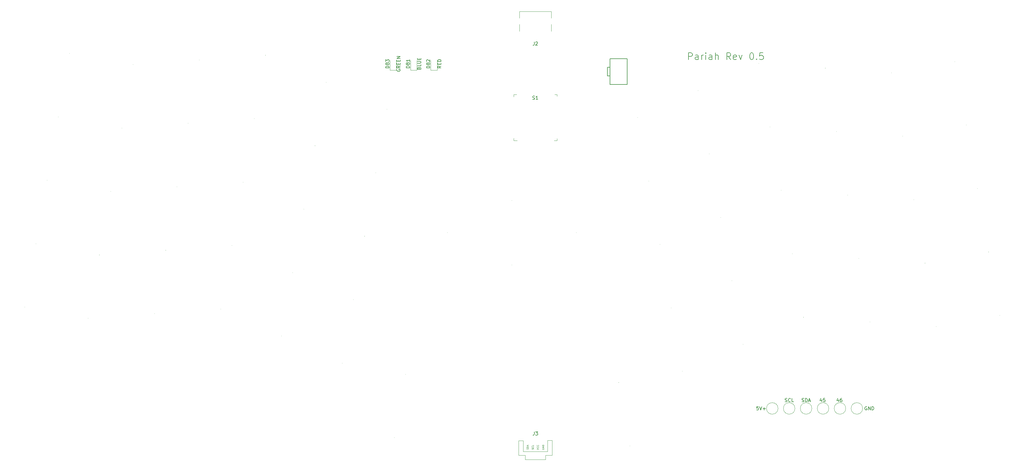
<source format=gbr>
G04 #@! TF.GenerationSoftware,KiCad,Pcbnew,(5.1.4)-1*
G04 #@! TF.CreationDate,2020-06-06T10:26:38-06:00*
G04 #@! TF.ProjectId,pariah_staggered,70617269-6168-45f7-9374-616767657265,rev?*
G04 #@! TF.SameCoordinates,Original*
G04 #@! TF.FileFunction,Legend,Top*
G04 #@! TF.FilePolarity,Positive*
%FSLAX46Y46*%
G04 Gerber Fmt 4.6, Leading zero omitted, Abs format (unit mm)*
G04 Created by KiCad (PCBNEW (5.1.4)-1) date 2020-06-06 10:26:38*
%MOMM*%
%LPD*%
G04 APERTURE LIST*
%ADD10C,0.203200*%
%ADD11C,0.120000*%
%ADD12C,0.200000*%
%ADD13C,0.100000*%
%ADD14C,0.150000*%
%ADD15R,1.202000X2.002000*%
%ADD16R,0.802000X2.102000*%
%ADD17C,4.089800*%
%ADD18C,1.852000*%
%ADD19R,1.802000X1.802000*%
%ADD20C,1.802000*%
%ADD21C,1.252000*%
%ADD22C,3.102000*%
%ADD23R,0.702000X1.552000*%
%ADD24R,0.402000X1.552000*%
%ADD25O,1.102000X2.202000*%
%ADD26C,0.752000*%
%ADD27O,1.102000X1.702000*%
%ADD28R,2.902000X3.702000*%
%ADD29C,2.102000*%
G04 APERTURE END LIST*
D10*
X45230142Y58135761D02*
X45230142Y60167761D01*
X46004238Y60167761D01*
X46197761Y60071000D01*
X46294523Y59974238D01*
X46391285Y59780714D01*
X46391285Y59490428D01*
X46294523Y59296904D01*
X46197761Y59200142D01*
X46004238Y59103380D01*
X45230142Y59103380D01*
X48132999Y58135761D02*
X48132999Y59200142D01*
X48036238Y59393666D01*
X47842714Y59490428D01*
X47455666Y59490428D01*
X47262142Y59393666D01*
X48132999Y58232523D02*
X47939476Y58135761D01*
X47455666Y58135761D01*
X47262142Y58232523D01*
X47165380Y58426047D01*
X47165380Y58619571D01*
X47262142Y58813095D01*
X47455666Y58909857D01*
X47939476Y58909857D01*
X48132999Y59006619D01*
X49100619Y58135761D02*
X49100619Y59490428D01*
X49100619Y59103380D02*
X49197380Y59296904D01*
X49294142Y59393666D01*
X49487666Y59490428D01*
X49681190Y59490428D01*
X50358523Y58135761D02*
X50358523Y59490428D01*
X50358523Y60167761D02*
X50261761Y60071000D01*
X50358523Y59974238D01*
X50455285Y60071000D01*
X50358523Y60167761D01*
X50358523Y59974238D01*
X52196999Y58135761D02*
X52196999Y59200142D01*
X52100238Y59393666D01*
X51906714Y59490428D01*
X51519666Y59490428D01*
X51326142Y59393666D01*
X52196999Y58232523D02*
X52003476Y58135761D01*
X51519666Y58135761D01*
X51326142Y58232523D01*
X51229380Y58426047D01*
X51229380Y58619571D01*
X51326142Y58813095D01*
X51519666Y58909857D01*
X52003476Y58909857D01*
X52196999Y59006619D01*
X53164619Y58135761D02*
X53164619Y60167761D01*
X54035476Y58135761D02*
X54035476Y59200142D01*
X53938714Y59393666D01*
X53745190Y59490428D01*
X53454904Y59490428D01*
X53261380Y59393666D01*
X53164619Y59296904D01*
X57712428Y58135761D02*
X57035095Y59103380D01*
X56551285Y58135761D02*
X56551285Y60167761D01*
X57325380Y60167761D01*
X57518904Y60071000D01*
X57615666Y59974238D01*
X57712428Y59780714D01*
X57712428Y59490428D01*
X57615666Y59296904D01*
X57518904Y59200142D01*
X57325380Y59103380D01*
X56551285Y59103380D01*
X59357380Y58232523D02*
X59163857Y58135761D01*
X58776809Y58135761D01*
X58583285Y58232523D01*
X58486523Y58426047D01*
X58486523Y59200142D01*
X58583285Y59393666D01*
X58776809Y59490428D01*
X59163857Y59490428D01*
X59357380Y59393666D01*
X59454142Y59200142D01*
X59454142Y59006619D01*
X58486523Y58813095D01*
X60131476Y59490428D02*
X60615285Y58135761D01*
X61099095Y59490428D01*
X63808428Y60167761D02*
X64001952Y60167761D01*
X64195476Y60071000D01*
X64292238Y59974238D01*
X64388999Y59780714D01*
X64485761Y59393666D01*
X64485761Y58909857D01*
X64388999Y58522809D01*
X64292238Y58329285D01*
X64195476Y58232523D01*
X64001952Y58135761D01*
X63808428Y58135761D01*
X63614904Y58232523D01*
X63518142Y58329285D01*
X63421380Y58522809D01*
X63324619Y58909857D01*
X63324619Y59393666D01*
X63421380Y59780714D01*
X63518142Y59974238D01*
X63614904Y60071000D01*
X63808428Y60167761D01*
X65356619Y58329285D02*
X65453380Y58232523D01*
X65356619Y58135761D01*
X65259857Y58232523D01*
X65356619Y58329285D01*
X65356619Y58135761D01*
X67291857Y60167761D02*
X66324238Y60167761D01*
X66227476Y59200142D01*
X66324238Y59296904D01*
X66517761Y59393666D01*
X67001571Y59393666D01*
X67195095Y59296904D01*
X67291857Y59200142D01*
X67388619Y59006619D01*
X67388619Y58522809D01*
X67291857Y58329285D01*
X67195095Y58232523D01*
X67001571Y58135761D01*
X66517761Y58135761D01*
X66324238Y58232523D01*
X66227476Y58329285D01*
D11*
X-3570000Y-57770000D02*
X-3000000Y-57770000D01*
X-3570000Y-54510000D02*
X-3570000Y-57770000D01*
X-4950000Y-54500000D02*
X-3570000Y-54510000D01*
X-4960000Y-56530000D02*
X-4950000Y-54500000D01*
X3000000Y-57770000D02*
X3560000Y-57780000D01*
X3560000Y-56500000D02*
X3560000Y-57760000D01*
X3560000Y-54480000D02*
X3560000Y-56500000D01*
X4960000Y-54480000D02*
X3560000Y-54480000D01*
X4960000Y-56520000D02*
X4960000Y-54480000D01*
X-3000000Y-58890000D02*
X-3000000Y-60130000D01*
X3000000Y-58890000D02*
X3000000Y-60130000D01*
X-4960000Y-58890000D02*
X-3000000Y-58890000D01*
X4960000Y-58890000D02*
X3000000Y-58890000D01*
X-4960000Y-56530000D02*
X-4960000Y-58890000D01*
X4960000Y-56530000D02*
X4960000Y-58890000D01*
X3000000Y-57770000D02*
X-3000000Y-57770000D01*
X3000000Y-60130000D02*
X-3000000Y-60130000D01*
X127250393Y38827004D02*
X127248657Y38836853D01*
X118413393Y-20762995D02*
X118411657Y-20753146D01*
X36755393Y3526005D02*
X36753657Y3535854D01*
X54689393Y11525005D02*
X54687657Y11534854D01*
X40063393Y-15234995D02*
X40061657Y-15225146D01*
X98826393Y-19379995D02*
X98824657Y-19370146D01*
X88902393Y36902005D02*
X88900657Y36911854D01*
X130558393Y20066005D02*
X130556657Y20075854D01*
X92210393Y18141005D02*
X92208657Y18150854D01*
X57997393Y-7235995D02*
X57995657Y-7226146D01*
X115105393Y-2002995D02*
X115103657Y-1993146D01*
X95518393Y-619995D02*
X95516657Y-610146D01*
X133866393Y1305005D02*
X133864657Y1314854D01*
X72622393Y19523005D02*
X72620657Y19532854D01*
X111797393Y16758005D02*
X111795657Y16767854D01*
X75930393Y763005D02*
X75928657Y772854D01*
X137174393Y-17454995D02*
X137172657Y-17445146D01*
X108489393Y35519005D02*
X108487657Y35528854D01*
X-105978005Y20568607D02*
X-105976269Y20578455D01*
X33447393Y22287005D02*
X33445657Y22296854D01*
X51381393Y30286005D02*
X51379657Y30295854D01*
X69314393Y38284005D02*
X69312657Y38293854D01*
X-83082005Y40711607D02*
X-83080269Y40721455D01*
X30139393Y41048005D02*
X30137657Y41057854D01*
X48073393Y49046005D02*
X48071657Y49055854D01*
X66006393Y57044005D02*
X66004657Y57053854D01*
X105181393Y54280005D02*
X105179657Y54289854D01*
X123942392Y57588005D02*
X123940656Y57597854D01*
X85594393Y55662005D02*
X85592657Y55671854D01*
X-118949005Y56707607D02*
X-118947269Y56717455D01*
X-147634005Y3732607D02*
X-147632269Y3742455D01*
X-125565005Y19185607D02*
X-125563269Y19195455D01*
X-102670005Y39329607D02*
X-102668269Y39339455D01*
X-141018005Y41254606D02*
X-141016269Y41264454D01*
X-43907005Y43475607D02*
X-43905269Y43485455D01*
X-61841005Y51473607D02*
X-61839269Y51483455D01*
X-50523005Y5953607D02*
X-50521269Y5963455D01*
X-79774005Y59471607D02*
X-79772269Y59481455D01*
X-65149005Y32713607D02*
X-65147269Y32723455D01*
X-68457005Y13952607D02*
X-68455269Y13962455D01*
X-122257005Y37946607D02*
X-122255269Y37956455D01*
X-144326005Y22493607D02*
X-144324269Y22503455D01*
X-47215005Y24714607D02*
X-47213269Y24724455D01*
X-86390005Y21949607D02*
X-86388269Y21959455D01*
X-99362005Y58089607D02*
X-99360269Y58099455D01*
X-132181005Y-18336393D02*
X-132179269Y-18326545D01*
X-71765005Y-4808393D02*
X-71763269Y-4798545D01*
X-89698005Y3190607D02*
X-89696269Y3200455D01*
X-150942005Y-15028393D02*
X-150940269Y-15018545D01*
X-128873005Y424607D02*
X-128871269Y434455D01*
X43371393Y-33994995D02*
X43369657Y-33985146D01*
X-109286005Y1807607D02*
X-109284269Y1817455D01*
X-57139005Y-31568393D02*
X-57137269Y-31558545D01*
X61305393Y-25995995D02*
X61303657Y-25986146D01*
X-53831005Y-12807393D02*
X-53829269Y-12797545D01*
X-6990000Y16515000D02*
X-6990000Y16525000D01*
X-93006005Y-15570393D02*
X-93004269Y-15560545D01*
X12060000Y6990000D02*
X12060000Y7000000D01*
X-26040000Y6990000D02*
X-26040000Y7000000D01*
X-112594005Y-16952393D02*
X-112592269Y-16942545D01*
X-75073005Y-23568393D02*
X-75071269Y-23558545D01*
X79238393Y-17997995D02*
X79236657Y-17988146D01*
X-6990000Y-2535000D02*
X-6990000Y-2525000D01*
D12*
X22070000Y55870000D02*
X21270000Y55870000D01*
X21270000Y55870000D02*
X21270000Y53320000D01*
X21270000Y53320000D02*
X22070000Y53320000D01*
D10*
X22080000Y50810000D02*
X22080000Y58430000D01*
X27160000Y58430000D02*
X27160000Y50810000D01*
X27160000Y50810000D02*
X22080000Y50810000D01*
X22080000Y58430000D02*
X27160000Y58430000D01*
D11*
X-137710004Y60015607D02*
X-137708268Y60025455D01*
X-29012000Y55036000D02*
X-29012000Y57896000D01*
X-30932000Y55036000D02*
X-29012000Y55036000D01*
X-30932000Y57896000D02*
X-30932000Y55036000D01*
X-41077000Y55036000D02*
X-41077000Y57896000D01*
X-42997000Y55036000D02*
X-41077000Y55036000D01*
X-42997000Y57896000D02*
X-42997000Y55036000D01*
X71700000Y-45000000D02*
G75*
G03X71700000Y-45000000I-1700000J0D01*
G01*
X76700000Y-45000000D02*
G75*
G03X76700000Y-45000000I-1700000J0D01*
G01*
X81700000Y-45000000D02*
G75*
G03X81700000Y-45000000I-1700000J0D01*
G01*
X91700000Y-45000000D02*
G75*
G03X91700000Y-45000000I-1700000J0D01*
G01*
X86700000Y-45000000D02*
G75*
G03X86700000Y-45000000I-1700000J0D01*
G01*
X96700000Y-45000000D02*
G75*
G03X96700000Y-45000000I-1700000J0D01*
G01*
X4700000Y72370000D02*
X-4700000Y72370000D01*
X-4700000Y66570000D02*
X-4700000Y68570000D01*
X-4700000Y70470000D02*
X-4700000Y72370000D01*
X4700000Y66570000D02*
X4700000Y68570000D01*
X4700000Y70470000D02*
X4700000Y72370000D01*
D13*
X-5425000Y34176000D02*
X-6375000Y34176000D01*
X-6375000Y34176000D02*
X-6375000Y34851000D01*
X-5525000Y47826000D02*
X-6375000Y47826000D01*
X-6375000Y47826000D02*
X-6375000Y47151000D01*
X6375000Y34751000D02*
X6375000Y34176000D01*
X6375000Y34176000D02*
X5575000Y34176000D01*
X5675000Y47826000D02*
X6375000Y47826000D01*
X6375000Y47826000D02*
X6375000Y47326000D01*
D11*
X-36920000Y57910000D02*
X-36920000Y55050000D01*
X-36920000Y55050000D02*
X-35000000Y55050000D01*
X-35000000Y55050000D02*
X-35000000Y57910000D01*
X-38378005Y-34874393D02*
X-38376269Y-34864545D01*
X24610393Y-37301995D02*
X24608657Y-37292146D01*
X-41686005Y-53635393D02*
X-41684269Y-53625545D01*
X27918393Y-56062995D02*
X27916657Y-56053146D01*
D14*
X-313333Y-51902380D02*
X-313333Y-52616666D01*
X-360952Y-52759523D01*
X-456190Y-52854761D01*
X-599047Y-52902380D01*
X-694285Y-52902380D01*
X67619Y-51902380D02*
X686666Y-51902380D01*
X353333Y-52283333D01*
X496190Y-52283333D01*
X591428Y-52330952D01*
X639047Y-52378571D01*
X686666Y-52473809D01*
X686666Y-52711904D01*
X639047Y-52807142D01*
X591428Y-52854761D01*
X496190Y-52902380D01*
X210476Y-52902380D01*
X115238Y-52854761D01*
X67619Y-52807142D01*
D13*
X-2097619Y-57057142D02*
X-2073809Y-56985714D01*
X-2073809Y-56866666D01*
X-2097619Y-56819047D01*
X-2121428Y-56795238D01*
X-2169047Y-56771428D01*
X-2216666Y-56771428D01*
X-2264285Y-56795238D01*
X-2288095Y-56819047D01*
X-2311904Y-56866666D01*
X-2335714Y-56961904D01*
X-2359523Y-57009523D01*
X-2383333Y-57033333D01*
X-2430952Y-57057142D01*
X-2478571Y-57057142D01*
X-2526190Y-57033333D01*
X-2550000Y-57009523D01*
X-2573809Y-56961904D01*
X-2573809Y-56842857D01*
X-2550000Y-56771428D01*
X-2073809Y-56557142D02*
X-2573809Y-56557142D01*
X-2573809Y-56438095D01*
X-2550000Y-56366666D01*
X-2502380Y-56319047D01*
X-2454761Y-56295238D01*
X-2359523Y-56271428D01*
X-2288095Y-56271428D01*
X-2192857Y-56295238D01*
X-2145238Y-56319047D01*
X-2097619Y-56366666D01*
X-2073809Y-56438095D01*
X-2073809Y-56557142D01*
X-2216666Y-56080952D02*
X-2216666Y-55842857D01*
X-2073809Y-56128571D02*
X-2573809Y-55961904D01*
X-2073809Y-55795238D01*
X-597619Y-57045238D02*
X-573809Y-56973809D01*
X-573809Y-56854761D01*
X-597619Y-56807142D01*
X-621428Y-56783333D01*
X-669047Y-56759523D01*
X-716666Y-56759523D01*
X-764285Y-56783333D01*
X-788095Y-56807142D01*
X-811904Y-56854761D01*
X-835714Y-56950000D01*
X-859523Y-56997619D01*
X-883333Y-57021428D01*
X-930952Y-57045238D01*
X-978571Y-57045238D01*
X-1026190Y-57021428D01*
X-1050000Y-56997619D01*
X-1073809Y-56950000D01*
X-1073809Y-56830952D01*
X-1050000Y-56759523D01*
X-621428Y-56259523D02*
X-597619Y-56283333D01*
X-573809Y-56354761D01*
X-573809Y-56402380D01*
X-597619Y-56473809D01*
X-645238Y-56521428D01*
X-692857Y-56545238D01*
X-788095Y-56569047D01*
X-859523Y-56569047D01*
X-954761Y-56545238D01*
X-1002380Y-56521428D01*
X-1050000Y-56473809D01*
X-1073809Y-56402380D01*
X-1073809Y-56354761D01*
X-1050000Y-56283333D01*
X-1026190Y-56259523D01*
X-573809Y-55807142D02*
X-573809Y-56045238D01*
X-1073809Y-56045238D01*
X426190Y-57116666D02*
X926190Y-56950000D01*
X426190Y-56783333D01*
X878571Y-56330952D02*
X902380Y-56354761D01*
X926190Y-56426190D01*
X926190Y-56473809D01*
X902380Y-56545238D01*
X854761Y-56592857D01*
X807142Y-56616666D01*
X711904Y-56640476D01*
X640476Y-56640476D01*
X545238Y-56616666D01*
X497619Y-56592857D01*
X450000Y-56545238D01*
X426190Y-56473809D01*
X426190Y-56426190D01*
X450000Y-56354761D01*
X473809Y-56330952D01*
X878571Y-55830952D02*
X902380Y-55854761D01*
X926190Y-55926190D01*
X926190Y-55973809D01*
X902380Y-56045238D01*
X854761Y-56092857D01*
X807142Y-56116666D01*
X711904Y-56140476D01*
X640476Y-56140476D01*
X545238Y-56116666D01*
X497619Y-56092857D01*
X450000Y-56045238D01*
X426190Y-55973809D01*
X426190Y-55926190D01*
X450000Y-55854761D01*
X473809Y-55830952D01*
X2050000Y-56830952D02*
X2026190Y-56878571D01*
X2026190Y-56950000D01*
X2050000Y-57021428D01*
X2097619Y-57069047D01*
X2145238Y-57092857D01*
X2240476Y-57116666D01*
X2311904Y-57116666D01*
X2407142Y-57092857D01*
X2454761Y-57069047D01*
X2502380Y-57021428D01*
X2526190Y-56950000D01*
X2526190Y-56902380D01*
X2502380Y-56830952D01*
X2478571Y-56807142D01*
X2311904Y-56807142D01*
X2311904Y-56902380D01*
X2526190Y-56592857D02*
X2026190Y-56592857D01*
X2526190Y-56307142D01*
X2026190Y-56307142D01*
X2526190Y-56069047D02*
X2026190Y-56069047D01*
X2026190Y-55950000D01*
X2050000Y-55878571D01*
X2097619Y-55830952D01*
X2145238Y-55807142D01*
X2240476Y-55783333D01*
X2311904Y-55783333D01*
X2407142Y-55807142D01*
X2454761Y-55830952D01*
X2502380Y-55878571D01*
X2526190Y-55950000D01*
X2526190Y-56069047D01*
D14*
X-31169619Y55681714D02*
X-32169619Y55681714D01*
X-32169619Y55919809D01*
X-32122000Y56062666D01*
X-32026761Y56157904D01*
X-31931523Y56205523D01*
X-31741047Y56253142D01*
X-31598190Y56253142D01*
X-31407714Y56205523D01*
X-31312476Y56157904D01*
X-31217238Y56062666D01*
X-31169619Y55919809D01*
X-31169619Y55681714D01*
X-31741047Y56824571D02*
X-31788666Y56729333D01*
X-31836285Y56681714D01*
X-31931523Y56634095D01*
X-31979142Y56634095D01*
X-32074380Y56681714D01*
X-32122000Y56729333D01*
X-32169619Y56824571D01*
X-32169619Y57015047D01*
X-32122000Y57110285D01*
X-32074380Y57157904D01*
X-31979142Y57205523D01*
X-31931523Y57205523D01*
X-31836285Y57157904D01*
X-31788666Y57110285D01*
X-31741047Y57015047D01*
X-31741047Y56824571D01*
X-31693428Y56729333D01*
X-31645809Y56681714D01*
X-31550571Y56634095D01*
X-31360095Y56634095D01*
X-31264857Y56681714D01*
X-31217238Y56729333D01*
X-31169619Y56824571D01*
X-31169619Y57015047D01*
X-31217238Y57110285D01*
X-31264857Y57157904D01*
X-31360095Y57205523D01*
X-31550571Y57205523D01*
X-31645809Y57157904D01*
X-31693428Y57110285D01*
X-31741047Y57015047D01*
X-32074380Y57586476D02*
X-32122000Y57634095D01*
X-32169619Y57729333D01*
X-32169619Y57967428D01*
X-32122000Y58062666D01*
X-32074380Y58110285D01*
X-31979142Y58157904D01*
X-31883904Y58157904D01*
X-31741047Y58110285D01*
X-31169619Y57538857D01*
X-31169619Y58157904D01*
X-27869619Y56253142D02*
X-28345809Y55919809D01*
X-27869619Y55681714D02*
X-28869619Y55681714D01*
X-28869619Y56062666D01*
X-28822000Y56157904D01*
X-28774380Y56205523D01*
X-28679142Y56253142D01*
X-28536285Y56253142D01*
X-28441047Y56205523D01*
X-28393428Y56157904D01*
X-28345809Y56062666D01*
X-28345809Y55681714D01*
X-28393428Y56681714D02*
X-28393428Y57015047D01*
X-27869619Y57157904D02*
X-27869619Y56681714D01*
X-28869619Y56681714D01*
X-28869619Y57157904D01*
X-27869619Y57586476D02*
X-28869619Y57586476D01*
X-28869619Y57824571D01*
X-28822000Y57967428D01*
X-28726761Y58062666D01*
X-28631523Y58110285D01*
X-28441047Y58157904D01*
X-28298190Y58157904D01*
X-28107714Y58110285D01*
X-28012476Y58062666D01*
X-27917238Y57967428D01*
X-27869619Y57824571D01*
X-27869619Y57586476D01*
X-43234619Y55681714D02*
X-44234619Y55681714D01*
X-44234619Y55919809D01*
X-44187000Y56062666D01*
X-44091761Y56157904D01*
X-43996523Y56205523D01*
X-43806047Y56253142D01*
X-43663190Y56253142D01*
X-43472714Y56205523D01*
X-43377476Y56157904D01*
X-43282238Y56062666D01*
X-43234619Y55919809D01*
X-43234619Y55681714D01*
X-43806047Y56824571D02*
X-43853666Y56729333D01*
X-43901285Y56681714D01*
X-43996523Y56634095D01*
X-44044142Y56634095D01*
X-44139380Y56681714D01*
X-44187000Y56729333D01*
X-44234619Y56824571D01*
X-44234619Y57015047D01*
X-44187000Y57110285D01*
X-44139380Y57157904D01*
X-44044142Y57205523D01*
X-43996523Y57205523D01*
X-43901285Y57157904D01*
X-43853666Y57110285D01*
X-43806047Y57015047D01*
X-43806047Y56824571D01*
X-43758428Y56729333D01*
X-43710809Y56681714D01*
X-43615571Y56634095D01*
X-43425095Y56634095D01*
X-43329857Y56681714D01*
X-43282238Y56729333D01*
X-43234619Y56824571D01*
X-43234619Y57015047D01*
X-43282238Y57110285D01*
X-43329857Y57157904D01*
X-43425095Y57205523D01*
X-43615571Y57205523D01*
X-43710809Y57157904D01*
X-43758428Y57110285D01*
X-43806047Y57015047D01*
X-44234619Y57538857D02*
X-44234619Y58157904D01*
X-43853666Y57824571D01*
X-43853666Y57967428D01*
X-43806047Y58062666D01*
X-43758428Y58110285D01*
X-43663190Y58157904D01*
X-43425095Y58157904D01*
X-43329857Y58110285D01*
X-43282238Y58062666D01*
X-43234619Y57967428D01*
X-43234619Y57681714D01*
X-43282238Y57586476D01*
X-43329857Y57538857D01*
X-40887000Y55229333D02*
X-40934619Y55134095D01*
X-40934619Y54991238D01*
X-40887000Y54848380D01*
X-40791761Y54753142D01*
X-40696523Y54705523D01*
X-40506047Y54657904D01*
X-40363190Y54657904D01*
X-40172714Y54705523D01*
X-40077476Y54753142D01*
X-39982238Y54848380D01*
X-39934619Y54991238D01*
X-39934619Y55086476D01*
X-39982238Y55229333D01*
X-40029857Y55276952D01*
X-40363190Y55276952D01*
X-40363190Y55086476D01*
X-39934619Y56276952D02*
X-40410809Y55943619D01*
X-39934619Y55705523D02*
X-40934619Y55705523D01*
X-40934619Y56086476D01*
X-40887000Y56181714D01*
X-40839380Y56229333D01*
X-40744142Y56276952D01*
X-40601285Y56276952D01*
X-40506047Y56229333D01*
X-40458428Y56181714D01*
X-40410809Y56086476D01*
X-40410809Y55705523D01*
X-40458428Y56705523D02*
X-40458428Y57038857D01*
X-39934619Y57181714D02*
X-39934619Y56705523D01*
X-40934619Y56705523D01*
X-40934619Y57181714D01*
X-40458428Y57610285D02*
X-40458428Y57943619D01*
X-39934619Y58086476D02*
X-39934619Y57610285D01*
X-40934619Y57610285D01*
X-40934619Y58086476D01*
X-39934619Y58515047D02*
X-40934619Y58515047D01*
X-39934619Y59086476D01*
X-40934619Y59086476D01*
X65888476Y-44452380D02*
X65412285Y-44452380D01*
X65364666Y-44928571D01*
X65412285Y-44880952D01*
X65507523Y-44833333D01*
X65745619Y-44833333D01*
X65840857Y-44880952D01*
X65888476Y-44928571D01*
X65936095Y-45023809D01*
X65936095Y-45261904D01*
X65888476Y-45357142D01*
X65840857Y-45404761D01*
X65745619Y-45452380D01*
X65507523Y-45452380D01*
X65412285Y-45404761D01*
X65364666Y-45357142D01*
X66221809Y-44452380D02*
X66555142Y-45452380D01*
X66888476Y-44452380D01*
X67221809Y-45071428D02*
X67983714Y-45071428D01*
X67602761Y-45452380D02*
X67602761Y-44690476D01*
X73809523Y-42991761D02*
X73952380Y-43039380D01*
X74190476Y-43039380D01*
X74285714Y-42991761D01*
X74333333Y-42944142D01*
X74380952Y-42848904D01*
X74380952Y-42753666D01*
X74333333Y-42658428D01*
X74285714Y-42610809D01*
X74190476Y-42563190D01*
X74000000Y-42515571D01*
X73904761Y-42467952D01*
X73857142Y-42420333D01*
X73809523Y-42325095D01*
X73809523Y-42229857D01*
X73857142Y-42134619D01*
X73904761Y-42087000D01*
X74000000Y-42039380D01*
X74238095Y-42039380D01*
X74380952Y-42087000D01*
X75380952Y-42944142D02*
X75333333Y-42991761D01*
X75190476Y-43039380D01*
X75095238Y-43039380D01*
X74952380Y-42991761D01*
X74857142Y-42896523D01*
X74809523Y-42801285D01*
X74761904Y-42610809D01*
X74761904Y-42467952D01*
X74809523Y-42277476D01*
X74857142Y-42182238D01*
X74952380Y-42087000D01*
X75095238Y-42039380D01*
X75190476Y-42039380D01*
X75333333Y-42087000D01*
X75380952Y-42134619D01*
X76285714Y-43039380D02*
X75809523Y-43039380D01*
X75809523Y-42039380D01*
X78785714Y-42991761D02*
X78928571Y-43039380D01*
X79166666Y-43039380D01*
X79261904Y-42991761D01*
X79309523Y-42944142D01*
X79357142Y-42848904D01*
X79357142Y-42753666D01*
X79309523Y-42658428D01*
X79261904Y-42610809D01*
X79166666Y-42563190D01*
X78976190Y-42515571D01*
X78880952Y-42467952D01*
X78833333Y-42420333D01*
X78785714Y-42325095D01*
X78785714Y-42229857D01*
X78833333Y-42134619D01*
X78880952Y-42087000D01*
X78976190Y-42039380D01*
X79214285Y-42039380D01*
X79357142Y-42087000D01*
X79785714Y-43039380D02*
X79785714Y-42039380D01*
X80023809Y-42039380D01*
X80166666Y-42087000D01*
X80261904Y-42182238D01*
X80309523Y-42277476D01*
X80357142Y-42467952D01*
X80357142Y-42610809D01*
X80309523Y-42801285D01*
X80261904Y-42896523D01*
X80166666Y-42991761D01*
X80023809Y-43039380D01*
X79785714Y-43039380D01*
X80738095Y-42753666D02*
X81214285Y-42753666D01*
X80642857Y-43039380D02*
X80976190Y-42039380D01*
X81309523Y-43039380D01*
X89587285Y-42372714D02*
X89587285Y-43039380D01*
X89349190Y-41991761D02*
X89111095Y-42706047D01*
X89730142Y-42706047D01*
X90539666Y-42039380D02*
X90349190Y-42039380D01*
X90253952Y-42087000D01*
X90206333Y-42134619D01*
X90111095Y-42277476D01*
X90063476Y-42467952D01*
X90063476Y-42848904D01*
X90111095Y-42944142D01*
X90158714Y-42991761D01*
X90253952Y-43039380D01*
X90444428Y-43039380D01*
X90539666Y-42991761D01*
X90587285Y-42944142D01*
X90634904Y-42848904D01*
X90634904Y-42610809D01*
X90587285Y-42515571D01*
X90539666Y-42467952D01*
X90444428Y-42420333D01*
X90253952Y-42420333D01*
X90158714Y-42467952D01*
X90111095Y-42515571D01*
X90063476Y-42610809D01*
X84587285Y-42372714D02*
X84587285Y-43039380D01*
X84349190Y-41991761D02*
X84111095Y-42706047D01*
X84730142Y-42706047D01*
X85587285Y-42039380D02*
X85111095Y-42039380D01*
X85063476Y-42515571D01*
X85111095Y-42467952D01*
X85206333Y-42420333D01*
X85444428Y-42420333D01*
X85539666Y-42467952D01*
X85587285Y-42515571D01*
X85634904Y-42610809D01*
X85634904Y-42848904D01*
X85587285Y-42944142D01*
X85539666Y-42991761D01*
X85444428Y-43039380D01*
X85206333Y-43039380D01*
X85111095Y-42991761D01*
X85063476Y-42944142D01*
X97921095Y-44500000D02*
X97825857Y-44452380D01*
X97683000Y-44452380D01*
X97540142Y-44500000D01*
X97444904Y-44595238D01*
X97397285Y-44690476D01*
X97349666Y-44880952D01*
X97349666Y-45023809D01*
X97397285Y-45214285D01*
X97444904Y-45309523D01*
X97540142Y-45404761D01*
X97683000Y-45452380D01*
X97778238Y-45452380D01*
X97921095Y-45404761D01*
X97968714Y-45357142D01*
X97968714Y-45023809D01*
X97778238Y-45023809D01*
X98397285Y-45452380D02*
X98397285Y-44452380D01*
X98968714Y-45452380D01*
X98968714Y-44452380D01*
X99444904Y-45452380D02*
X99444904Y-44452380D01*
X99683000Y-44452380D01*
X99825857Y-44500000D01*
X99921095Y-44595238D01*
X99968714Y-44690476D01*
X100016333Y-44880952D01*
X100016333Y-45023809D01*
X99968714Y-45214285D01*
X99921095Y-45309523D01*
X99825857Y-45404761D01*
X99683000Y-45452380D01*
X99444904Y-45452380D01*
X-333333Y63372619D02*
X-333333Y62658333D01*
X-380952Y62515476D01*
X-476190Y62420238D01*
X-619047Y62372619D01*
X-714285Y62372619D01*
X95238Y63277380D02*
X142857Y63325000D01*
X238095Y63372619D01*
X476190Y63372619D01*
X571428Y63325000D01*
X619047Y63277380D01*
X666666Y63182142D01*
X666666Y63086904D01*
X619047Y62944047D01*
X47619Y62372619D01*
X666666Y62372619D01*
X-791904Y46426238D02*
X-649047Y46378619D01*
X-410952Y46378619D01*
X-315714Y46426238D01*
X-268095Y46473857D01*
X-220476Y46569095D01*
X-220476Y46664333D01*
X-268095Y46759571D01*
X-315714Y46807190D01*
X-410952Y46854809D01*
X-601428Y46902428D01*
X-696666Y46950047D01*
X-744285Y46997666D01*
X-791904Y47092904D01*
X-791904Y47188142D01*
X-744285Y47283380D01*
X-696666Y47331000D01*
X-601428Y47378619D01*
X-363333Y47378619D01*
X-220476Y47331000D01*
X731904Y46378619D02*
X160476Y46378619D01*
X446190Y46378619D02*
X446190Y47378619D01*
X350952Y47235761D01*
X255714Y47140523D01*
X160476Y47092904D01*
X-37157619Y55695714D02*
X-38157619Y55695714D01*
X-38157619Y55933809D01*
X-38110000Y56076666D01*
X-38014761Y56171904D01*
X-37919523Y56219523D01*
X-37729047Y56267142D01*
X-37586190Y56267142D01*
X-37395714Y56219523D01*
X-37300476Y56171904D01*
X-37205238Y56076666D01*
X-37157619Y55933809D01*
X-37157619Y55695714D01*
X-37729047Y56838571D02*
X-37776666Y56743333D01*
X-37824285Y56695714D01*
X-37919523Y56648095D01*
X-37967142Y56648095D01*
X-38062380Y56695714D01*
X-38110000Y56743333D01*
X-38157619Y56838571D01*
X-38157619Y57029047D01*
X-38110000Y57124285D01*
X-38062380Y57171904D01*
X-37967142Y57219523D01*
X-37919523Y57219523D01*
X-37824285Y57171904D01*
X-37776666Y57124285D01*
X-37729047Y57029047D01*
X-37729047Y56838571D01*
X-37681428Y56743333D01*
X-37633809Y56695714D01*
X-37538571Y56648095D01*
X-37348095Y56648095D01*
X-37252857Y56695714D01*
X-37205238Y56743333D01*
X-37157619Y56838571D01*
X-37157619Y57029047D01*
X-37205238Y57124285D01*
X-37252857Y57171904D01*
X-37348095Y57219523D01*
X-37538571Y57219523D01*
X-37633809Y57171904D01*
X-37681428Y57124285D01*
X-37729047Y57029047D01*
X-37157619Y58171904D02*
X-37157619Y57600476D01*
X-37157619Y57886190D02*
X-38157619Y57886190D01*
X-38014761Y57790952D01*
X-37919523Y57695714D01*
X-37871904Y57600476D01*
X-34381428Y55600476D02*
X-34333809Y55743333D01*
X-34286190Y55790952D01*
X-34190952Y55838571D01*
X-34048095Y55838571D01*
X-33952857Y55790952D01*
X-33905238Y55743333D01*
X-33857619Y55648095D01*
X-33857619Y55267142D01*
X-34857619Y55267142D01*
X-34857619Y55600476D01*
X-34810000Y55695714D01*
X-34762380Y55743333D01*
X-34667142Y55790952D01*
X-34571904Y55790952D01*
X-34476666Y55743333D01*
X-34429047Y55695714D01*
X-34381428Y55600476D01*
X-34381428Y55267142D01*
X-33857619Y56743333D02*
X-33857619Y56267142D01*
X-34857619Y56267142D01*
X-34857619Y57076666D02*
X-34048095Y57076666D01*
X-33952857Y57124285D01*
X-33905238Y57171904D01*
X-33857619Y57267142D01*
X-33857619Y57457619D01*
X-33905238Y57552857D01*
X-33952857Y57600476D01*
X-34048095Y57648095D01*
X-34857619Y57648095D01*
X-34381428Y58124285D02*
X-34381428Y58457619D01*
X-33857619Y58600476D02*
X-33857619Y58124285D01*
X-34857619Y58124285D01*
X-34857619Y58600476D01*
%LPC*%
D15*
X-4250000Y-55600000D03*
X4250000Y-55600000D03*
D16*
X-2250000Y-58950000D03*
X-750000Y-58950000D03*
X750000Y-58950000D03*
X2250000Y-58950000D03*
D17*
X135348000Y33156999D03*
D18*
X130345177Y32274866D03*
X140350823Y34039132D03*
D17*
X126511000Y-26433000D03*
D18*
X121508177Y-27315133D03*
X131513823Y-25550867D03*
D17*
X44853000Y-2144000D03*
D18*
X39850177Y-3026133D03*
X49855823Y-1261867D03*
D17*
X62787000Y5855000D03*
D18*
X57784177Y4972867D03*
X67789823Y6737133D03*
D17*
X48161000Y-20905000D03*
D18*
X43158177Y-21787133D03*
X53163823Y-20022867D03*
D17*
X106924000Y-25050000D03*
D18*
X101921177Y-25932133D03*
X111926823Y-24167867D03*
D17*
X97000000Y31232000D03*
D18*
X91997177Y30349867D03*
X102002823Y32114133D03*
D17*
X138656000Y14396000D03*
D18*
X133653177Y13513867D03*
X143658823Y15278133D03*
D17*
X100308000Y12471000D03*
D18*
X95305177Y11588867D03*
X105310823Y13353133D03*
D17*
X66095000Y-12906000D03*
D18*
X61092177Y-13788133D03*
X71097823Y-12023867D03*
D17*
X123203000Y-7673000D03*
D18*
X118200177Y-8555133D03*
X128205823Y-6790867D03*
D17*
X103616000Y-6290000D03*
D18*
X98613177Y-7172133D03*
X108618823Y-5407867D03*
D17*
X141964000Y-4365000D03*
D18*
X136961177Y-5247133D03*
X146966823Y-3482867D03*
D17*
X80720000Y13853000D03*
D18*
X75717177Y12970867D03*
X85722823Y14735133D03*
D17*
X119895000Y11088000D03*
D18*
X114892177Y10205867D03*
X124897823Y11970133D03*
D17*
X84028000Y-4907000D03*
D18*
X79025177Y-5789133D03*
X89030823Y-4024867D03*
D17*
X145272000Y-23125000D03*
D18*
X140269177Y-24007133D03*
X150274823Y-22242867D03*
D17*
X116587000Y29849000D03*
D18*
X111584177Y28966867D03*
X121589823Y30731133D03*
D17*
X-100308000Y12471000D03*
D18*
X-105310823Y13353133D03*
X-95305177Y11588867D03*
D17*
X41545000Y16617000D03*
D18*
X36542177Y15734867D03*
X46547823Y17499133D03*
D17*
X59479000Y24616000D03*
D18*
X54476177Y23733867D03*
X64481823Y25498133D03*
D17*
X77412000Y32614000D03*
D18*
X72409177Y31731867D03*
X82414823Y33496133D03*
D17*
X-77412000Y32614000D03*
D18*
X-82414823Y33496133D03*
X-72409177Y31731867D03*
D17*
X38237000Y35378000D03*
D18*
X33234177Y34495867D03*
X43239823Y36260133D03*
D17*
X56171000Y43376000D03*
D18*
X51168177Y42493867D03*
X61173823Y44258133D03*
D17*
X74104000Y51374000D03*
D18*
X69101177Y50491867D03*
X79106823Y52256133D03*
D17*
X113279000Y48610000D03*
D18*
X108276177Y47727867D03*
X118281823Y49492133D03*
D17*
X132039999Y51918000D03*
D18*
X127037176Y51035867D03*
X137042822Y52800133D03*
D17*
X93692000Y49992000D03*
D18*
X88689177Y49109867D03*
X98694823Y50874133D03*
D17*
X-113279000Y48610000D03*
D18*
X-118281823Y49492133D03*
X-108276177Y47727867D03*
D17*
X-141964000Y-4365000D03*
D18*
X-146966823Y-3482867D03*
X-136961177Y-5247133D03*
D17*
X-119895000Y11088000D03*
D18*
X-124897823Y11970133D03*
X-114892177Y10205867D03*
D17*
X-97000000Y31232000D03*
D18*
X-102002823Y32114133D03*
X-91997177Y30349867D03*
D17*
X-135348000Y33156999D03*
D18*
X-140350823Y34039132D03*
X-130345177Y32274866D03*
D17*
X-38237000Y35378000D03*
D18*
X-43239823Y36260133D03*
X-33234177Y34495867D03*
D17*
X-56171000Y43376000D03*
D18*
X-61173823Y44258133D03*
X-51168177Y42493867D03*
D17*
X-44853000Y-2144000D03*
D18*
X-49855823Y-1261867D03*
X-39850177Y-3026133D03*
D17*
X-74104000Y51374000D03*
D18*
X-79106823Y52256133D03*
X-69101177Y50491867D03*
D17*
X-59479000Y24616000D03*
D18*
X-64481823Y25498133D03*
X-54476177Y23733867D03*
D17*
X-62787000Y5855000D03*
D18*
X-67789823Y6737133D03*
X-57784177Y4972867D03*
D17*
X-116587000Y29849000D03*
D18*
X-121589823Y30731133D03*
X-111584177Y28966867D03*
D17*
X-138656000Y14396000D03*
D18*
X-143658823Y15278133D03*
X-133653177Y13513867D03*
D17*
X-41545000Y16617000D03*
D18*
X-46547823Y17499133D03*
X-36542177Y15734867D03*
D17*
X-80720000Y13852000D03*
D18*
X-85722823Y14734133D03*
X-75717177Y12969867D03*
D17*
X-93692000Y49992000D03*
D18*
X-98694823Y50874133D03*
X-88689177Y49109867D03*
D17*
X-126511000Y-26434000D03*
D18*
X-131513823Y-25551867D03*
X-121508177Y-27316133D03*
D17*
X-66095000Y-12906000D03*
D18*
X-71097823Y-12023867D03*
X-61092177Y-13788133D03*
D17*
X-84028000Y-4907000D03*
D18*
X-89030823Y-4024867D03*
X-79025177Y-5789133D03*
D17*
X-145272000Y-23126000D03*
D18*
X-150274823Y-22243867D03*
X-140269177Y-24008133D03*
D17*
X-123203000Y-7673000D03*
D18*
X-128205823Y-6790867D03*
X-118200177Y-8555133D03*
D17*
X51469000Y-39665000D03*
D18*
X46466177Y-40547133D03*
X56471823Y-38782867D03*
D17*
X-103616000Y-6290000D03*
D18*
X-108618823Y-5407867D03*
X-98613177Y-7172133D03*
D17*
X-51469000Y-39666000D03*
D18*
X-56471823Y-38783867D03*
X-46466177Y-40548133D03*
D17*
X69403000Y-31666000D03*
D18*
X64400177Y-32548133D03*
X74405823Y-30783867D03*
D17*
X-48161000Y-20905000D03*
D18*
X-53163823Y-20022867D03*
X-43158177Y-21787133D03*
D17*
X0Y9525000D03*
D18*
X-5080000Y9525000D03*
X5080000Y9525000D03*
D17*
X-87336000Y-23668000D03*
D18*
X-92338823Y-22785867D03*
X-82333177Y-24550133D03*
D17*
X19050000Y0D03*
D18*
X13970000Y0D03*
X24130000Y0D03*
D17*
X-19050000Y0D03*
D18*
X-24130000Y0D03*
X-13970000Y0D03*
D17*
X-106924000Y-25050000D03*
D18*
X-111926823Y-24167867D03*
X-101921177Y-25932133D03*
D17*
X-69403000Y-31666000D03*
D18*
X-74405823Y-30783867D03*
X-64400177Y-32548133D03*
D17*
X87336000Y-23668000D03*
D18*
X82333177Y-24550133D03*
X92338823Y-22785867D03*
D17*
X0Y-9525000D03*
D18*
X-5080000Y-9525000D03*
X5080000Y-9525000D03*
D19*
X23350000Y57160000D03*
D20*
X25890000Y57160000D03*
X23350000Y54620000D03*
X25890000Y54620000D03*
X23350000Y52080000D03*
X25890000Y52080000D03*
D17*
X-132039999Y51918000D03*
D18*
X-137042822Y52800133D03*
X-127037176Y51035867D03*
D13*
G36*
X-29466495Y58545689D02*
G01*
X-29440075Y58541770D01*
X-29414165Y58535280D01*
X-29389017Y58526282D01*
X-29364872Y58514862D01*
X-29341962Y58501131D01*
X-29320508Y58485220D01*
X-29300718Y58467282D01*
X-29282780Y58447492D01*
X-29266869Y58426038D01*
X-29253138Y58403128D01*
X-29241718Y58378983D01*
X-29232720Y58353835D01*
X-29226230Y58327925D01*
X-29222311Y58301505D01*
X-29221000Y58274827D01*
X-29221000Y57567173D01*
X-29222311Y57540495D01*
X-29226230Y57514075D01*
X-29232720Y57488165D01*
X-29241718Y57463017D01*
X-29253138Y57438872D01*
X-29266869Y57415962D01*
X-29282780Y57394508D01*
X-29300718Y57374718D01*
X-29320508Y57356780D01*
X-29341962Y57340869D01*
X-29364872Y57327138D01*
X-29389017Y57315718D01*
X-29414165Y57306720D01*
X-29440075Y57300230D01*
X-29466495Y57296311D01*
X-29493173Y57295000D01*
X-30450827Y57295000D01*
X-30477505Y57296311D01*
X-30503925Y57300230D01*
X-30529835Y57306720D01*
X-30554983Y57315718D01*
X-30579128Y57327138D01*
X-30602038Y57340869D01*
X-30623492Y57356780D01*
X-30643282Y57374718D01*
X-30661220Y57394508D01*
X-30677131Y57415962D01*
X-30690862Y57438872D01*
X-30702282Y57463017D01*
X-30711280Y57488165D01*
X-30717770Y57514075D01*
X-30721689Y57540495D01*
X-30723000Y57567173D01*
X-30723000Y58274827D01*
X-30721689Y58301505D01*
X-30717770Y58327925D01*
X-30711280Y58353835D01*
X-30702282Y58378983D01*
X-30690862Y58403128D01*
X-30677131Y58426038D01*
X-30661220Y58447492D01*
X-30643282Y58467282D01*
X-30623492Y58485220D01*
X-30602038Y58501131D01*
X-30579128Y58514862D01*
X-30554983Y58526282D01*
X-30529835Y58535280D01*
X-30503925Y58541770D01*
X-30477505Y58545689D01*
X-30450827Y58547000D01*
X-29493173Y58547000D01*
X-29466495Y58545689D01*
X-29466495Y58545689D01*
G37*
D21*
X-29972000Y57921000D03*
D13*
G36*
X-29466495Y56495689D02*
G01*
X-29440075Y56491770D01*
X-29414165Y56485280D01*
X-29389017Y56476282D01*
X-29364872Y56464862D01*
X-29341962Y56451131D01*
X-29320508Y56435220D01*
X-29300718Y56417282D01*
X-29282780Y56397492D01*
X-29266869Y56376038D01*
X-29253138Y56353128D01*
X-29241718Y56328983D01*
X-29232720Y56303835D01*
X-29226230Y56277925D01*
X-29222311Y56251505D01*
X-29221000Y56224827D01*
X-29221000Y55517173D01*
X-29222311Y55490495D01*
X-29226230Y55464075D01*
X-29232720Y55438165D01*
X-29241718Y55413017D01*
X-29253138Y55388872D01*
X-29266869Y55365962D01*
X-29282780Y55344508D01*
X-29300718Y55324718D01*
X-29320508Y55306780D01*
X-29341962Y55290869D01*
X-29364872Y55277138D01*
X-29389017Y55265718D01*
X-29414165Y55256720D01*
X-29440075Y55250230D01*
X-29466495Y55246311D01*
X-29493173Y55245000D01*
X-30450827Y55245000D01*
X-30477505Y55246311D01*
X-30503925Y55250230D01*
X-30529835Y55256720D01*
X-30554983Y55265718D01*
X-30579128Y55277138D01*
X-30602038Y55290869D01*
X-30623492Y55306780D01*
X-30643282Y55324718D01*
X-30661220Y55344508D01*
X-30677131Y55365962D01*
X-30690862Y55388872D01*
X-30702282Y55413017D01*
X-30711280Y55438165D01*
X-30717770Y55464075D01*
X-30721689Y55490495D01*
X-30723000Y55517173D01*
X-30723000Y56224827D01*
X-30721689Y56251505D01*
X-30717770Y56277925D01*
X-30711280Y56303835D01*
X-30702282Y56328983D01*
X-30690862Y56353128D01*
X-30677131Y56376038D01*
X-30661220Y56397492D01*
X-30643282Y56417282D01*
X-30623492Y56435220D01*
X-30602038Y56451131D01*
X-30579128Y56464862D01*
X-30554983Y56476282D01*
X-30529835Y56485280D01*
X-30503925Y56491770D01*
X-30477505Y56495689D01*
X-30450827Y56497000D01*
X-29493173Y56497000D01*
X-29466495Y56495689D01*
X-29466495Y56495689D01*
G37*
D21*
X-29972000Y55871000D03*
D13*
G36*
X-41531495Y58545689D02*
G01*
X-41505075Y58541770D01*
X-41479165Y58535280D01*
X-41454017Y58526282D01*
X-41429872Y58514862D01*
X-41406962Y58501131D01*
X-41385508Y58485220D01*
X-41365718Y58467282D01*
X-41347780Y58447492D01*
X-41331869Y58426038D01*
X-41318138Y58403128D01*
X-41306718Y58378983D01*
X-41297720Y58353835D01*
X-41291230Y58327925D01*
X-41287311Y58301505D01*
X-41286000Y58274827D01*
X-41286000Y57567173D01*
X-41287311Y57540495D01*
X-41291230Y57514075D01*
X-41297720Y57488165D01*
X-41306718Y57463017D01*
X-41318138Y57438872D01*
X-41331869Y57415962D01*
X-41347780Y57394508D01*
X-41365718Y57374718D01*
X-41385508Y57356780D01*
X-41406962Y57340869D01*
X-41429872Y57327138D01*
X-41454017Y57315718D01*
X-41479165Y57306720D01*
X-41505075Y57300230D01*
X-41531495Y57296311D01*
X-41558173Y57295000D01*
X-42515827Y57295000D01*
X-42542505Y57296311D01*
X-42568925Y57300230D01*
X-42594835Y57306720D01*
X-42619983Y57315718D01*
X-42644128Y57327138D01*
X-42667038Y57340869D01*
X-42688492Y57356780D01*
X-42708282Y57374718D01*
X-42726220Y57394508D01*
X-42742131Y57415962D01*
X-42755862Y57438872D01*
X-42767282Y57463017D01*
X-42776280Y57488165D01*
X-42782770Y57514075D01*
X-42786689Y57540495D01*
X-42788000Y57567173D01*
X-42788000Y58274827D01*
X-42786689Y58301505D01*
X-42782770Y58327925D01*
X-42776280Y58353835D01*
X-42767282Y58378983D01*
X-42755862Y58403128D01*
X-42742131Y58426038D01*
X-42726220Y58447492D01*
X-42708282Y58467282D01*
X-42688492Y58485220D01*
X-42667038Y58501131D01*
X-42644128Y58514862D01*
X-42619983Y58526282D01*
X-42594835Y58535280D01*
X-42568925Y58541770D01*
X-42542505Y58545689D01*
X-42515827Y58547000D01*
X-41558173Y58547000D01*
X-41531495Y58545689D01*
X-41531495Y58545689D01*
G37*
D21*
X-42037000Y57921000D03*
D13*
G36*
X-41531495Y56495689D02*
G01*
X-41505075Y56491770D01*
X-41479165Y56485280D01*
X-41454017Y56476282D01*
X-41429872Y56464862D01*
X-41406962Y56451131D01*
X-41385508Y56435220D01*
X-41365718Y56417282D01*
X-41347780Y56397492D01*
X-41331869Y56376038D01*
X-41318138Y56353128D01*
X-41306718Y56328983D01*
X-41297720Y56303835D01*
X-41291230Y56277925D01*
X-41287311Y56251505D01*
X-41286000Y56224827D01*
X-41286000Y55517173D01*
X-41287311Y55490495D01*
X-41291230Y55464075D01*
X-41297720Y55438165D01*
X-41306718Y55413017D01*
X-41318138Y55388872D01*
X-41331869Y55365962D01*
X-41347780Y55344508D01*
X-41365718Y55324718D01*
X-41385508Y55306780D01*
X-41406962Y55290869D01*
X-41429872Y55277138D01*
X-41454017Y55265718D01*
X-41479165Y55256720D01*
X-41505075Y55250230D01*
X-41531495Y55246311D01*
X-41558173Y55245000D01*
X-42515827Y55245000D01*
X-42542505Y55246311D01*
X-42568925Y55250230D01*
X-42594835Y55256720D01*
X-42619983Y55265718D01*
X-42644128Y55277138D01*
X-42667038Y55290869D01*
X-42688492Y55306780D01*
X-42708282Y55324718D01*
X-42726220Y55344508D01*
X-42742131Y55365962D01*
X-42755862Y55388872D01*
X-42767282Y55413017D01*
X-42776280Y55438165D01*
X-42782770Y55464075D01*
X-42786689Y55490495D01*
X-42788000Y55517173D01*
X-42788000Y56224827D01*
X-42786689Y56251505D01*
X-42782770Y56277925D01*
X-42776280Y56303835D01*
X-42767282Y56328983D01*
X-42755862Y56353128D01*
X-42742131Y56376038D01*
X-42726220Y56397492D01*
X-42708282Y56417282D01*
X-42688492Y56435220D01*
X-42667038Y56451131D01*
X-42644128Y56464862D01*
X-42619983Y56476282D01*
X-42594835Y56485280D01*
X-42568925Y56491770D01*
X-42542505Y56495689D01*
X-42515827Y56497000D01*
X-41558173Y56497000D01*
X-41531495Y56495689D01*
X-41531495Y56495689D01*
G37*
D21*
X-42037000Y55871000D03*
D22*
X70000000Y-45000000D03*
X75000000Y-45000000D03*
X80000000Y-45000000D03*
X90000000Y-45000000D03*
X85000000Y-45000000D03*
X95000000Y-45000000D03*
D23*
X-3250000Y64425000D03*
X-2450000Y64425000D03*
X2450000Y64425000D03*
X3250000Y64425000D03*
X3250000Y64425000D03*
X2450000Y64425000D03*
X-2450000Y64425000D03*
X-3250000Y64425000D03*
D24*
X1750000Y64425000D03*
X1250000Y64425000D03*
X750000Y64425000D03*
X-250000Y64425000D03*
X-750000Y64425000D03*
X-1250000Y64425000D03*
X-1750000Y64425000D03*
X250000Y64425000D03*
D25*
X-4320000Y65340000D03*
X4320000Y65340000D03*
D26*
X2890000Y65870000D03*
D27*
X4320000Y69520000D03*
D26*
X-2890000Y65870000D03*
D27*
X-4320000Y69520000D03*
D28*
X-5700000Y41001000D03*
X5700000Y41001000D03*
D29*
X-2500000Y48001000D03*
X2500000Y48001000D03*
X-2500000Y33501000D03*
X0Y33501000D03*
X2500000Y33501000D03*
D13*
G36*
X-35454495Y56509689D02*
G01*
X-35428075Y56505770D01*
X-35402165Y56499280D01*
X-35377017Y56490282D01*
X-35352872Y56478862D01*
X-35329962Y56465131D01*
X-35308508Y56449220D01*
X-35288718Y56431282D01*
X-35270780Y56411492D01*
X-35254869Y56390038D01*
X-35241138Y56367128D01*
X-35229718Y56342983D01*
X-35220720Y56317835D01*
X-35214230Y56291925D01*
X-35210311Y56265505D01*
X-35209000Y56238827D01*
X-35209000Y55531173D01*
X-35210311Y55504495D01*
X-35214230Y55478075D01*
X-35220720Y55452165D01*
X-35229718Y55427017D01*
X-35241138Y55402872D01*
X-35254869Y55379962D01*
X-35270780Y55358508D01*
X-35288718Y55338718D01*
X-35308508Y55320780D01*
X-35329962Y55304869D01*
X-35352872Y55291138D01*
X-35377017Y55279718D01*
X-35402165Y55270720D01*
X-35428075Y55264230D01*
X-35454495Y55260311D01*
X-35481173Y55259000D01*
X-36438827Y55259000D01*
X-36465505Y55260311D01*
X-36491925Y55264230D01*
X-36517835Y55270720D01*
X-36542983Y55279718D01*
X-36567128Y55291138D01*
X-36590038Y55304869D01*
X-36611492Y55320780D01*
X-36631282Y55338718D01*
X-36649220Y55358508D01*
X-36665131Y55379962D01*
X-36678862Y55402872D01*
X-36690282Y55427017D01*
X-36699280Y55452165D01*
X-36705770Y55478075D01*
X-36709689Y55504495D01*
X-36711000Y55531173D01*
X-36711000Y56238827D01*
X-36709689Y56265505D01*
X-36705770Y56291925D01*
X-36699280Y56317835D01*
X-36690282Y56342983D01*
X-36678862Y56367128D01*
X-36665131Y56390038D01*
X-36649220Y56411492D01*
X-36631282Y56431282D01*
X-36611492Y56449220D01*
X-36590038Y56465131D01*
X-36567128Y56478862D01*
X-36542983Y56490282D01*
X-36517835Y56499280D01*
X-36491925Y56505770D01*
X-36465505Y56509689D01*
X-36438827Y56511000D01*
X-35481173Y56511000D01*
X-35454495Y56509689D01*
X-35454495Y56509689D01*
G37*
D21*
X-35960000Y55885000D03*
D13*
G36*
X-35454495Y58559689D02*
G01*
X-35428075Y58555770D01*
X-35402165Y58549280D01*
X-35377017Y58540282D01*
X-35352872Y58528862D01*
X-35329962Y58515131D01*
X-35308508Y58499220D01*
X-35288718Y58481282D01*
X-35270780Y58461492D01*
X-35254869Y58440038D01*
X-35241138Y58417128D01*
X-35229718Y58392983D01*
X-35220720Y58367835D01*
X-35214230Y58341925D01*
X-35210311Y58315505D01*
X-35209000Y58288827D01*
X-35209000Y57581173D01*
X-35210311Y57554495D01*
X-35214230Y57528075D01*
X-35220720Y57502165D01*
X-35229718Y57477017D01*
X-35241138Y57452872D01*
X-35254869Y57429962D01*
X-35270780Y57408508D01*
X-35288718Y57388718D01*
X-35308508Y57370780D01*
X-35329962Y57354869D01*
X-35352872Y57341138D01*
X-35377017Y57329718D01*
X-35402165Y57320720D01*
X-35428075Y57314230D01*
X-35454495Y57310311D01*
X-35481173Y57309000D01*
X-36438827Y57309000D01*
X-36465505Y57310311D01*
X-36491925Y57314230D01*
X-36517835Y57320720D01*
X-36542983Y57329718D01*
X-36567128Y57341138D01*
X-36590038Y57354869D01*
X-36611492Y57370780D01*
X-36631282Y57388718D01*
X-36649220Y57408508D01*
X-36665131Y57429962D01*
X-36678862Y57452872D01*
X-36690282Y57477017D01*
X-36699280Y57502165D01*
X-36705770Y57528075D01*
X-36709689Y57554495D01*
X-36711000Y57581173D01*
X-36711000Y58288827D01*
X-36709689Y58315505D01*
X-36705770Y58341925D01*
X-36699280Y58367835D01*
X-36690282Y58392983D01*
X-36678862Y58417128D01*
X-36665131Y58440038D01*
X-36649220Y58461492D01*
X-36631282Y58481282D01*
X-36611492Y58499220D01*
X-36590038Y58515131D01*
X-36567128Y58528862D01*
X-36542983Y58540282D01*
X-36517835Y58549280D01*
X-36491925Y58555770D01*
X-36465505Y58559689D01*
X-36438827Y58561000D01*
X-35481173Y58561000D01*
X-35454495Y58559689D01*
X-35454495Y58559689D01*
G37*
D21*
X-35960000Y57935000D03*
D18*
X-27705177Y-43854133D03*
X-37710823Y-42089867D03*
D17*
X-32708000Y-42972000D03*
X32708000Y-42972000D03*
D18*
X27705177Y-43854133D03*
X37710823Y-42089867D03*
X-31013177Y-62615133D03*
X-41018823Y-60850867D03*
D17*
X-36016000Y-61733000D03*
X36016000Y-61733000D03*
D18*
X31013177Y-62615133D03*
X41018823Y-60850867D03*
M02*

</source>
